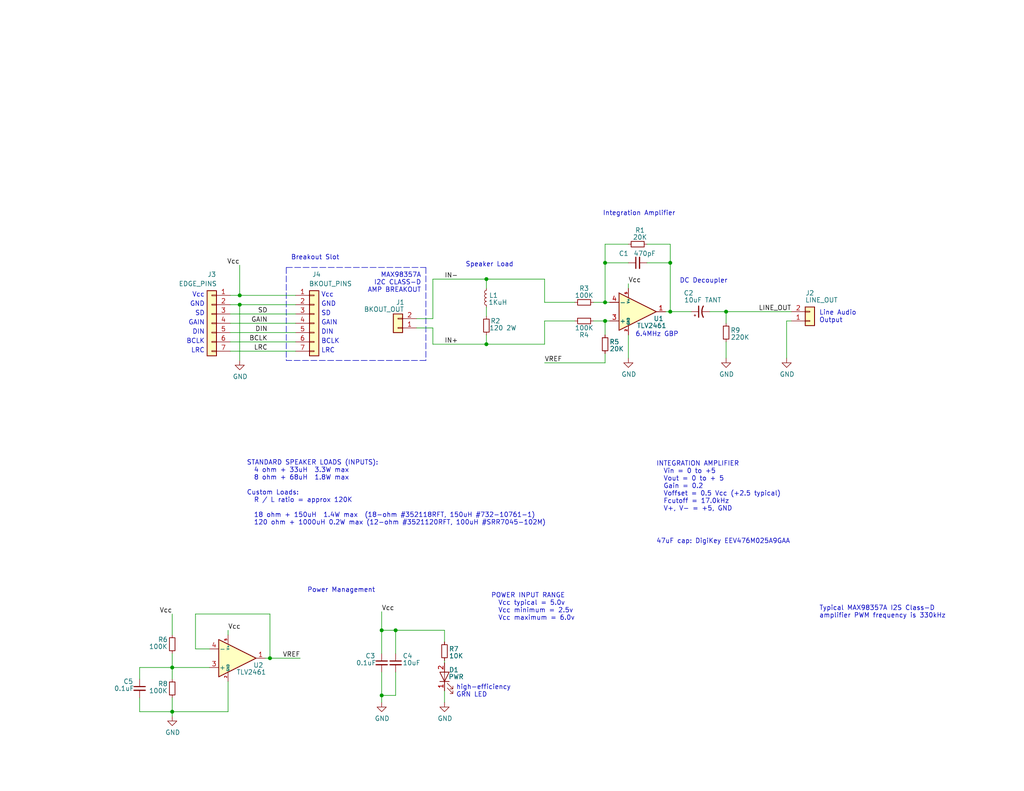
<source format=kicad_sch>
(kicad_sch (version 20211123) (generator eeschema)
  (paper "USLetter")
  (title_block (title "Mono Reintegrator Breakout") (date "2023-05-30") (rev "0.2.0") (company "Cedar Grove Studios"))
  (lib_symbols
    (symbol "Connector_Generic:Conn_01x02" (pin_names (offset 1.016) hide)
      (property "Reference" "J" (at 0 2.54 0))
      (property "Value" "Conn_01x02" (at 0 -5.08 0))
      (symbol "Conn_01x02_1_1"
        (rectangle (start -1.27 -2.413) (end 0 -2.667) (stroke (width 0.1524)))
        (rectangle (start -1.27 0.127) (end 0 -0.127) (stroke (width 0.1524)))
        (rectangle (start -1.27 1.27) (end 1.27 -3.81) (stroke (width 0.254)) (fill (type background)))
        (pin passive line (at -5.08 0 0) (length 3.81) (name "Pin_1") (number "1"))
        (pin passive line (at -5.08 -2.54 0) (length 3.81) (name "Pin_2") (number "2"))
      )
    )
    (symbol "Connector_Generic:Conn_01x07" (pin_names (offset 1.016) hide)
      (property "Reference" "J" (at 0 10.16 0))
      (property "Value" "Conn_01x07" (at 0 -10.16 0))
      (symbol "Conn_01x07_1_1"
        (rectangle (start -1.27 -7.493) (end 0 -7.747) (stroke (width 0.1524)))
        (rectangle (start -1.27 -4.953) (end 0 -5.207) (stroke (width 0.1524)))
        (rectangle (start -1.27 -2.413) (end 0 -2.667) (stroke (width 0.1524)))
        (rectangle (start -1.27 0.127) (end 0 -0.127) (stroke (width 0.1524)))
        (rectangle (start -1.27 2.667) (end 0 2.413) (stroke (width 0.1524)))
        (rectangle (start -1.27 5.207) (end 0 4.953) (stroke (width 0.1524)))
        (rectangle (start -1.27 7.747) (end 0 7.493) (stroke (width 0.1524)))
        (rectangle (start -1.27 8.89) (end 1.27 -8.89) (stroke (width 0.254)) (fill (type background)))
        (pin passive line (at -5.08 7.62 0) (length 3.81) (name "Pin_1") (number "1"))
        (pin passive line (at -5.08 5.08 0) (length 3.81) (name "Pin_2") (number "2"))
        (pin passive line (at -5.08 2.54 0) (length 3.81) (name "Pin_3") (number "3"))
        (pin passive line (at -5.08 0 0) (length 3.81) (name "Pin_4") (number "4"))
        (pin passive line (at -5.08 -2.54 0) (length 3.81) (name "Pin_5") (number "5"))
        (pin passive line (at -5.08 -5.08 0) (length 3.81) (name "Pin_6") (number "6"))
        (pin passive line (at -5.08 -7.62 0) (length 3.81) (name "Pin_7") (number "7"))
      )
    )
    (symbol "Device:C_Polarized_Small_US" (pin_numbers hide) (pin_names (offset 0.254) hide)
      (property "Reference" "C" (at 0.254 1.778 0))
      (property "Value" "C_Polarized_Small_US" (at 0.254 -2.032 0))
      (symbol "C_Polarized_Small_US_0_1"
        (polyline (pts (xy -1.524 0.508) (xy 1.524 0.508)) (stroke (width 0.3048)))
        (polyline (pts (xy -1.27 1.524) (xy -0.762 1.524)))
        (polyline (pts (xy -1.016 1.27) (xy -1.016 1.778)))
        (arc (start 1.524 -0.762) (mid 0 -0.3734) (end -1.524 -0.762) (stroke (width 0.3048)))
      )
      (symbol "C_Polarized_Small_US_1_1"
        (pin passive line (at 0 2.54 270) (length 2.032) (name "~") (number "1"))
        (pin passive line (at 0 -2.54 90) (length 2.032) (name "~") (number "2"))
      )
    )
    (symbol "Device:C_Small" (pin_numbers hide) (pin_names (offset 0.254) hide)
      (property "Reference" "C" (at 0.254 1.778 0))
      (property "Value" "C_Small" (at 0.254 -2.032 0))
      (symbol "C_Small_0_1"
        (polyline (pts (xy -1.524 -0.508) (xy 1.524 -0.508)) (stroke (width 0.3302)))
        (polyline (pts (xy -1.524 0.508) (xy 1.524 0.508)) (stroke (width 0.3048)))
      )
      (symbol "C_Small_1_1"
        (pin passive line (at 0 2.54 270) (length 2.032) (name "~") (number "1"))
        (pin passive line (at 0 -2.54 90) (length 2.032) (name "~") (number "2"))
      )
    )
    (symbol "Device:L_Small" (pin_numbers hide) (pin_names (offset 0.254) hide)
      (property "Reference" "L" (at 0.762 1.016 0))
      (property "Value" "L_Small" (at 0.762 -1.016 0))
      (symbol "L_Small_0_1"
        (arc (start 0 -2.032) (mid 0.508 -1.524) (end 0 -1.016))
        (arc (start 0 -1.016) (mid 0.508 -0.508) (end 0 0))
        (arc (start 0 0) (mid 0.508 0.508) (end 0 1.016))
        (arc (start 0 1.016) (mid 0.508 1.524) (end 0 2.032))
      )
      (symbol "L_Small_1_1"
        (pin passive line (at 0 2.54 270) (length 0.508) (name "~") (number "1"))
        (pin passive line (at 0 -2.54 90) (length 0.508) (name "~") (number "2"))
      )
    )
    (symbol "Device:R_Small" (pin_numbers hide) (pin_names (offset 0.254) hide)
      (property "Reference" "R" (at 0.762 0.508 0))
      (property "Value" "R_Small" (at 0.762 -1.016 0))
      (symbol "R_Small_0_1"
        (rectangle (start -0.762 1.778) (end 0.762 -1.778) (stroke (width 0.2032)))
      )
      (symbol "R_Small_1_1"
        (pin passive line (at 0 2.54 270) (length 0.762) (name "~") (number "1"))
        (pin passive line (at 0 -2.54 90) (length 0.762) (name "~") (number "2"))
      )
    )
    (symbol "TLV2461_1" (pin_names (offset 0.127))
      (property "Reference" "U1" (at 5.715 -1.905 0))
      (property "Value" "TLV2461_1" (at 3.81 -3.81 0))
      (symbol "TLV2461_1_0_1"
        (polyline (pts (xy -5.08 5.08) (xy 5.08 0) (xy -5.08 -5.08) (xy -5.08 5.08)) (stroke (width 0.254)) (fill (type background)))
        (pin power_in line (at -2.54 -6.35 90) (length 2.54) (name "GND") (number "2"))
        (pin power_in line (at -2.54 6.35 270) (length 2.54) (name "V+") (number "5"))
      )
      (symbol "TLV2461_1_1_1"
        (pin output line (at 7.62 0 180) (length 2.54) (name "~") (number "1"))
        (pin input line (at -7.62 -2.54 0) (length 2.54) (name "+") (number "3"))
        (pin input line (at -7.62 2.54 0) (length 2.54) (name "-") (number "4"))
      )
    )
    (symbol "breakout-rescue:LED-device" (pin_names (offset 1.016) hide)
      (property "Reference" "D" (at 0 2.54 0))
      (property "Value" "LED-device" (at 0 -2.54 0))
      (symbol "LED-device_0_1"
        (polyline (pts (xy -1.27 -1.27) (xy -1.27 1.27)) (stroke (width 0.2032)))
        (polyline (pts (xy -1.27 0) (xy 1.27 0)))
        (polyline (pts (xy 1.27 -1.27) (xy 1.27 1.27) (xy -1.27 0) (xy 1.27 -1.27)) (stroke (width 0.2032)))
        (polyline (pts (xy -3.048 -0.762) (xy -4.572 -2.286) (xy -3.81 -2.286) (xy -4.572 -2.286) (xy -4.572 -1.524)))
        (polyline (pts (xy -1.778 -0.762) (xy -3.302 -2.286) (xy -2.54 -2.286) (xy -3.302 -2.286) (xy -3.302 -1.524)))
      )
      (symbol "LED-device_1_1"
        (pin passive line (at -3.81 0 0) (length 2.54) (name "K") (number "1"))
        (pin passive line (at 3.81 0 180) (length 2.54) (name "A") (number "2"))
      )
    )
    (symbol "breakout-rescue:R_Small-device" (pin_numbers hide) (pin_names (offset 0.254) hide)
      (property "Reference" "R" (at 0.762 0.508 0))
      (property "Value" "R_Small-device" (at 0.762 -1.016 0))
      (symbol "R_Small-device_0_1"
        (rectangle (start -0.762 1.778) (end 0.762 -1.778) (stroke (width 0.2032)))
      )
      (symbol "R_Small-device_1_1"
        (pin passive line (at 0 2.54 270) (length 0.762) (name "~") (number "1"))
        (pin passive line (at 0 -2.54 90) (length 0.762) (name "~") (number "2"))
      )
    )
    (symbol "power:GND" (power) (pin_names (offset 0))
      (property "Value" "GND" (at 0 -3.81 0))
      (symbol "GND_0_1"
        (polyline (pts (xy 0 0) (xy 0 -1.27) (xy 1.27 -1.27) (xy 0 -2.54) (xy -1.27 -1.27) (xy 0 -1.27)))
      )
      (symbol "GND_1_1"
        (pin power_in line (at 0 0 270) (length 0) hide (name "GND") (number "1"))
      )
    )
  )
  (junction (at 73.66 179.705))
  (junction (at 132.715 76.2))
  (junction (at 46.99 194.31))
  (junction (at 165.1 82.55))
  (junction (at 65.405 80.645))
  (junction (at 46.99 182.245))
  (junction (at 107.95 172.085))
  (junction (at 104.14 189.865))
  (junction (at 65.405 83.185))
  (junction (at 132.715 93.98))
  (junction (at 104.14 172.085))
  (junction (at 182.88 71.755))
  (junction (at 198.12 85.09))
  (junction (at 165.1 71.755))
  (junction (at 165.1 87.63))
  (junction (at 182.88 85.09))
  (wire (pts (xy 171.45 77.47) (xy 171.45 78.74)))
  (wire (pts (xy 46.99 194.31) (xy 46.99 195.58)))
  (wire (pts (xy 198.12 85.09) (xy 198.12 88.265)))
  (wire (pts (xy 107.95 172.085) (xy 107.95 178.435)))
  (wire (pts (xy 176.53 71.755) (xy 182.88 71.755)))
  (wire (pts (xy 104.14 189.865) (xy 104.14 191.77)))
  (wire (pts (xy 65.405 80.645) (xy 80.645 80.645)))
  (wire (pts (xy 165.1 96.52) (xy 165.1 99.06)))
  (wire (pts (xy 148.59 99.06) (xy 165.1 99.06)))
  (wire (pts (xy 198.12 93.345) (xy 198.12 97.79)))
  (wire (pts (xy 165.1 66.675) (xy 165.1 71.755)))
  (wire (pts (xy 53.34 177.165) (xy 53.34 167.64)))
  (wire (pts (xy 148.59 93.98) (xy 148.59 87.63)))
  (wire (pts (xy 182.88 71.755) (xy 182.88 85.09)))
  (wire (pts (xy 165.1 71.755) (xy 171.45 71.755)))
  (wire (pts (xy 104.14 167.005) (xy 104.14 172.085)))
  (wire (pts (xy 118.11 89.535) (xy 118.11 93.98)))
  (wire (pts (xy 38.1 182.245) (xy 46.99 182.245)))
  (wire (pts (xy 165.1 87.63) (xy 165.1 91.44)))
  (wire (pts (xy 181.61 85.09) (xy 182.88 85.09)))
  (wire (pts (xy 132.715 91.44) (xy 132.715 93.98)))
  (wire (pts (xy 62.23 172.085) (xy 62.23 173.355)))
  (wire (pts (xy 121.285 172.085) (xy 121.285 175.26)))
  (wire (pts (xy 193.675 85.09) (xy 198.12 85.09)))
  (wire (pts (xy 214.63 87.63) (xy 215.9 87.63)))
  (wire (pts (xy 46.99 194.31) (xy 62.23 194.31)))
  (wire (pts (xy 65.405 83.185) (xy 80.645 83.185)))
  (wire (pts (xy 132.715 93.98) (xy 148.59 93.98)))
  (wire (pts (xy 148.59 87.63) (xy 156.845 87.63)))
  (wire (pts (xy 62.865 83.185) (xy 65.405 83.185)))
  (wire (pts (xy 38.1 194.31) (xy 46.99 194.31)))
  (wire (pts (xy 132.715 83.82) (xy 132.715 86.36)))
  (wire (pts (xy 65.405 72.39) (xy 65.405 80.645)))
  (wire (pts (xy 118.11 93.98) (xy 132.715 93.98)))
  (wire (pts (xy 121.285 180.34) (xy 121.285 180.975)))
  (wire (pts (xy 62.865 88.265) (xy 80.645 88.265)))
  (wire (pts (xy 182.88 66.675) (xy 176.53 66.675)))
  (wire (pts (xy 57.15 177.165) (xy 53.34 177.165)))
  (wire (pts (xy 198.12 85.09) (xy 215.9 85.09)))
  (wire (pts (xy 46.99 182.245) (xy 46.99 185.42)))
  (wire (pts (xy 65.405 83.185) (xy 65.405 98.425)))
  (wire (pts (xy 72.39 179.705) (xy 73.66 179.705)))
  (wire (pts (xy 73.66 167.64) (xy 73.66 179.705)))
  (wire (pts (xy 73.66 179.705) (xy 81.915 179.705)))
  (wire (pts (xy 46.99 178.435) (xy 46.99 182.245)))
  (wire (pts (xy 161.925 87.63) (xy 165.1 87.63)))
  (wire (pts (xy 214.63 97.79) (xy 214.63 87.63)))
  (wire (pts (xy 132.715 76.2) (xy 148.59 76.2)))
  (wire (pts (xy 113.665 86.995) (xy 118.11 86.995)))
  (wire (pts (xy 38.1 185.42) (xy 38.1 182.245)))
  (polyline (pts (xy 116.205 73.025) (xy 116.205 98.425)))
  (wire (pts (xy 171.45 91.44) (xy 171.45 97.79)))
  (wire (pts (xy 62.23 186.055) (xy 62.23 194.31)))
  (polyline (pts (xy 78.105 73.025) (xy 116.205 73.025)))
  (wire (pts (xy 104.14 183.515) (xy 104.14 189.865)))
  (wire (pts (xy 104.14 178.435) (xy 104.14 172.085)))
  (wire (pts (xy 161.925 82.55) (xy 165.1 82.55)))
  (wire (pts (xy 62.865 85.725) (xy 80.645 85.725)))
  (wire (pts (xy 148.59 76.2) (xy 148.59 82.55)))
  (wire (pts (xy 132.715 76.2) (xy 132.715 78.74)))
  (wire (pts (xy 182.88 71.755) (xy 182.88 66.675)))
  (wire (pts (xy 165.1 87.63) (xy 166.37 87.63)))
  (wire (pts (xy 104.14 172.085) (xy 107.95 172.085)))
  (wire (pts (xy 118.11 86.995) (xy 118.11 76.2)))
  (wire (pts (xy 53.34 167.64) (xy 73.66 167.64)))
  (wire (pts (xy 165.1 71.755) (xy 165.1 82.55)))
  (wire (pts (xy 104.14 189.865) (xy 107.95 189.865)))
  (wire (pts (xy 38.1 190.5) (xy 38.1 194.31)))
  (wire (pts (xy 46.99 182.245) (xy 57.15 182.245)))
  (wire (pts (xy 118.11 76.2) (xy 132.715 76.2)))
  (wire (pts (xy 182.88 85.09) (xy 188.595 85.09)))
  (polyline (pts (xy 78.105 73.025) (xy 78.105 98.425)))
  (wire (pts (xy 107.95 172.085) (xy 121.285 172.085)))
  (wire (pts (xy 46.99 167.64) (xy 46.99 173.355)))
  (wire (pts (xy 62.865 93.345) (xy 80.645 93.345)))
  (wire (pts (xy 62.865 90.805) (xy 80.645 90.805)))
  (wire (pts (xy 46.99 190.5) (xy 46.99 194.31)))
  (wire (pts (xy 62.865 95.885) (xy 80.645 95.885)))
  (wire (pts (xy 62.865 80.645) (xy 65.405 80.645)))
  (wire (pts (xy 113.665 89.535) (xy 118.11 89.535)))
  (wire (pts (xy 121.285 188.595) (xy 121.285 191.77)))
  (polyline (pts (xy 116.205 98.425) (xy 78.105 98.425)))
  (wire (pts (xy 148.59 82.55) (xy 156.845 82.55)))
  (wire (pts (xy 165.1 82.55) (xy 166.37 82.55)))
  (wire (pts (xy 107.95 189.865) (xy 107.95 183.515)))
  (wire (pts (xy 171.45 66.675) (xy 165.1 66.675)))
  (text "GND" (at 55.88 83.82 180) (effects (font (size 1.27 1.27)) (justify right bottom)))
  (text "high-efficiency\nGRN LED" (at 124.46 190.5 0) (effects (font (size 1.27 1.27)) (justify left bottom)))
  (text "LRC" (at 55.88 96.52 180) (effects (font (size 1.27 1.27)) (justify right bottom)))
  (text "LRC" (at 87.63 96.52 0) (effects (font (size 1.27 1.27)) (justify left bottom)))
  (text "Vcc" (at 55.88 81.28 180) (effects (font (size 1.27 1.27)) (justify right bottom)))
  (text "INTEGRATION AMPLIFIER\n  Vin = 0 to +5\n  Vout = 0 to + 5\n  Gain = 0.2\n  Voffset = 0.5 Vcc (+2.5 typical)\n  Fcutoff = 17.0kHz\n  V+, V- = +5, GND" (at 179.07 139.7 0) (effects (font (size 1.27 1.27)) (justify left bottom)))
  (text "GAIN" (at 87.63 88.9 0) (effects (font (size 1.27 1.27)) (justify left bottom)))
  (text "STANDARD SPEAKER LOADS (INPUTS):\n  4 ohm + 33uH  3.3W max\n  8 ohm + 68uH  1.8W max\n\nCustom Loads:\n  R / L ratio = approx 120K\n\n  18 ohm + 150uH  1.4W max  (18-ohm #352118RFT, 150uH #732-10761-1)\n  120 ohm + 1000uH 0.2W max (12-ohm #3521120RFT, 100uH #SRR7045-102M)" (at 67.31 143.51 0) (effects (font (size 1.27 1.27)) (justify left bottom)))
  (text "BCLK" (at 87.63 93.98 0) (effects (font (size 1.27 1.27)) (justify left bottom)))
  (text "DIN" (at 87.63 91.44 0) (effects (font (size 1.27 1.27)) (justify left bottom)))
  (text "DIN" (at 55.88 91.44 180) (effects (font (size 1.27 1.27)) (justify right bottom)))
  (text "Line Audio\nOutput" (at 223.52 88.265 0) (effects (font (size 1.27 1.27)) (justify left bottom)))
  (text "MAX98357A\nI2C CLASS-D\nAMP BREAKOUT" (at 114.935 80.01 180) (effects (font (size 1.27 1.27)) (justify right bottom)))
  (text "Integration Amplifier" (at 164.465 59.055 0) (effects (font (size 1.27 1.27)) (justify left bottom)))
  (text "DC Decoupler" (at 185.42 77.47 0) (effects (font (size 1.27 1.27)) (justify left bottom)))
  (text "SD" (at 87.63 86.36 0) (effects (font (size 1.27 1.27)) (justify left bottom)))
  (text "Typical MAX98357A I2S Class-D\namplifier PWM frequency is 330kHz" (at 223.52 168.91 0) (effects (font (size 1.27 1.27)) (justify left bottom)))
  (text "6.4MHz GBP" (at 173.355 92.075 0) (effects (font (size 1.27 1.27)) (justify left bottom)))
  (text "Power Management" (at 83.82 161.925 0) (effects (font (size 1.27 1.27)) (justify left bottom)))
  (text "GND" (at 87.63 83.82 0) (effects (font (size 1.27 1.27)) (justify left bottom)))
  (text "BCLK" (at 55.88 93.98 180) (effects (font (size 1.27 1.27)) (justify right bottom)))
  (text "POWER INPUT RANGE\n  Vcc typical = 5.0v\n  Vcc minimum = 2.5v\n  Vcc maximum = 6.0v" (at 133.985 169.545 0) (effects (font (size 1.27 1.27)) (justify left bottom)))
  (text "GAIN" (at 55.88 88.9 180) (effects (font (size 1.27 1.27)) (justify right bottom)))
  (text "SD" (at 55.88 86.36 180) (effects (font (size 1.27 1.27)) (justify right bottom)))
  (text "47uF cap: DigiKey EEV476M025A9GAA" (at 179.07 148.59 0) (effects (font (size 1.27 1.27)) (justify left bottom)))
  (text "Breakout Slot" (at 79.375 71.12 0) (effects (font (size 1.27 1.27)) (justify left bottom)))
  (text "Vcc" (at 87.63 81.28 0) (effects (font (size 1.27 1.27)) (justify left bottom)))
  (text "Speaker Load" (at 127 73.025 0) (effects (font (size 1.27 1.27)) (justify left bottom)))
  (label "Vcc" (at 171.45 77.47 0))
  (label "Vcc" (at 104.14 167.005 0))
  (label "GAIN" (at 73.025 88.265 180))
  (label "BCLK" (at 73.025 93.345 180))
  (label "LINE_OUT" (at 215.9 85.09 180))
  (label "DIN" (at 73.025 90.805 180))
  (label "IN-" (at 121.285 76.2 0))
  (label "VREF" (at 148.59 99.06 0))
  (label "Vcc" (at 46.99 167.64 180))
  (label "VREF" (at 81.915 179.705 180))
  (label "LRC" (at 73.025 95.885 180))
  (label "Vcc" (at 62.23 172.085 0))
  (label "Vcc" (at 65.405 72.39 180))
  (label "IN+" (at 121.285 93.98 0))
  (label "SD" (at 73.025 85.725 180))
  (symbol (lib_id "power:GND") (at 104.14 191.77 0) (unit 1)
    (property "Reference" "#PWR05" (effects hide))
    (property "Value" "GND" (at 104.267 196.1642 0))
  )
  (symbol (lib_id "Device:C_Small") (at 104.14 180.975 0) (unit 1)
    (property "Reference" "C3" (at 99.695 179.07 0) (effects (justify left)))
    (property "Value" "0.1uF" (at 97.155 180.975 0) (effects (justify left)))
    (property "Footprint" "Capacitor_SMD:C_0805_2012Metric" (effects hide))
  )
  (symbol (lib_id "breakout-rescue:LED-device") (at 121.285 184.785 90) (unit 1)
    (property "Reference" "D1" (at 123.825 182.88 90))
    (property "Value" "PWR" (at 124.46 184.785 90))
    (property "Footprint" "LED_SMD:LED_0805_2012Metric" (effects hide))
  )
  (symbol (lib_id "breakout-rescue:R_Small-device") (at 121.285 177.8 0) (unit 1)
    (property "Reference" "R7" (at 123.825 177.165 0))
    (property "Value" "10K" (at 124.46 179.07 0))
    (property "Footprint" "Resistor_SMD:R_0805_2012Metric" (effects hide))
  )
  (symbol (lib_id "power:GND") (at 65.405 98.425 0) (unit 1)
    (property "Reference" "#PWR03" (effects hide))
    (property "Value" "GND" (at 65.532 102.8192 0))
  )
  (symbol (lib_id "Device:C_Small") (at 38.1 187.96 0) (unit 1)
    (property "Reference" "C5" (at 33.655 186.055 0) (effects (justify left)))
    (property "Value" "0.1uF" (at 31.115 187.96 0) (effects (justify left)))
    (property "Footprint" "Capacitor_SMD:C_0805_2012Metric" (effects hide))
  )
  (symbol (lib_id "power:GND") (at 46.99 195.58 0) (unit 1)
    (property "Reference" "#PWR04" (effects hide))
    (property "Value" "GND" (at 47.117 199.9742 0))
  )
  (symbol (lib_id "Device:C_Polarized_Small_US") (at 191.135 85.09 90) (unit 1)
    (property "Reference" "C2" (at 189.23 80.01 90) (effects (justify left)))
    (property "Value" "10uF TANT" (at 196.85 81.915 90) (effects (justify left)))
    (property "Footprint" "Capacitor_SMD:C_0805_2012Metric" (effects hide))
  )
  (symbol (lib_id "Device:R_Small") (at 173.99 66.675 90) (unit 1)
    (property "Reference" "R1" (at 174.625 62.865 90))
    (property "Value" "20K" (at 174.625 64.77 90))
    (property "Footprint" "Resistor_SMD:R_0805_2012Metric" (effects hide))
  )
  (symbol (lib_id "Connector_Generic:Conn_01x07") (at 85.725 88.265 0) (unit 1)
    (property "Reference" "J4" (at 86.36 74.93 0))
    (property "Value" "BKOUT_PINS" (at 90.17 77.47 0))
    (property "Footprint" "Connector_PinSocket_2.54mm:PinSocket_1x07_P2.54mm_Vertical" (effects hide))
  )
  (symbol (lib_id "breakout-rescue:R_Small-device") (at 46.99 187.96 0) (unit 1)
    (property "Reference" "R8" (at 44.45 186.69 0))
    (property "Value" "100K" (at 43.18 188.595 0))
    (property "Footprint" "Resistor_SMD:R_0805_2012Metric" (effects hide))
  )
  (symbol (lib_id "Device:R_Small") (at 159.385 87.63 90) (unit 1)
    (property "Reference" "R4" (at 159.385 91.44 90))
    (property "Value" "100K" (at 159.385 89.535 90))
    (property "Footprint" "Resistor_SMD:R_0805_2012Metric" (effects hide))
  )
  (symbol (lib_id "Device:R_Small") (at 132.715 88.9 180) (unit 1)
    (property "Reference" "R2" (at 136.525 87.63 0) (effects (justify left)))
    (property "Value" "120 2W" (at 140.97 89.535 0) (effects (justify left)))
    (property "Footprint" "Resistor_SMD:R_2512_6332Metric" (effects hide))
  )
  (symbol (lib_id "Device:R_Small") (at 159.385 82.55 90) (unit 1)
    (property "Reference" "R3" (at 159.385 78.74 90))
    (property "Value" "100K" (at 159.385 80.645 90))
    (property "Footprint" "Resistor_SMD:R_0805_2012Metric" (effects hide))
  )
  (symbol (lib_id "Connector_Generic:Conn_01x07") (at 57.785 88.265 0) (mirror y) (unit 1)
    (property "Reference" "J3" (at 57.785 74.93 0))
    (property "Value" "EDGE_PINS" (at 53.975 77.47 0))
    (property "Footprint" "Connector_PinSocket_2.54mm:PinSocket_1x07_P2.54mm_Vertical" (effects hide))
  )
  (symbol (lib_id "power:GND") (at 171.45 97.79 0) (unit 1)
    (property "Reference" "#PWR01" (effects hide))
    (property "Value" "GND" (at 171.577 102.1842 0))
  )
  (symbol (lib_id "Device:C_Small") (at 107.95 180.975 0) (unit 1)
    (property "Reference" "C4" (at 109.855 179.07 0) (effects (justify left)))
    (property "Value" "10uF" (at 109.855 180.975 0) (effects (justify left)))
    (property "Footprint" "Capacitor_SMD:C_0805_2012Metric" (effects hide))
  )
  (symbol (lib_id "Connector_Generic:Conn_01x02") (at 220.98 87.63 0) (mirror x) (unit 1)
    (property "Reference" "J2" (at 220.98 80.01 0))
    (property "Value" "LINE_OUT" (at 224.155 81.915 0))
    (property "Footprint" "Connector_PinSocket_2.54mm:PinSocket_1x02_P2.54mm_Vertical" (effects hide))
  )
  (symbol (lib_id "Connector_Generic:Conn_01x02") (at 108.585 89.535 180) (unit 1)
    (property "Reference" "J1" (at 109.22 82.55 0))
    (property "Value" "BKOUT_OUT" (at 104.775 84.455 0))
    (property "Footprint" "TerminalBlock_4Ucon:TerminalBlock_4Ucon_1x02_P3.50mm_Vertical" (effects hide))
  )
  (symbol (lib_id "power:GND") (at 198.12 97.79 0) (unit 1)
    (property "Reference" "#PWR07" (effects hide))
    (property "Value" "GND" (at 198.247 102.1842 0))
  )
  (symbol (lib_id "Device:R_Small") (at 198.12 90.805 0) (unit 1)
    (property "Reference" "R9" (at 200.66 90.17 0))
    (property "Value" "220K" (at 201.93 92.075 0))
    (property "Footprint" "Resistor_SMD:R_0805_2012Metric" (effects hide))
  )
  (symbol (lib_name "TLV2461_1") (lib_id "Amplifier_Operational:TLV2461") (at 173.99 85.09 0) (unit 1)
    (property "Reference" "U1" (at 179.705 86.995 0))
    (property "Value" "TLV2461" (at 177.8 88.9 0))
    (property "Footprint" "Package_TO_SOT_SMD:SOT-23-5" (effects hide))
  )
  (symbol (lib_id "power:GND") (at 121.285 191.77 0) (unit 1)
    (property "Reference" "#PWR06" (effects hide))
    (property "Value" "GND" (at 121.412 196.1642 0))
  )
  (symbol (lib_id "breakout-rescue:R_Small-device") (at 46.99 175.895 0) (unit 1)
    (property "Reference" "R6" (at 44.45 174.625 0))
    (property "Value" "100K" (at 43.18 176.53 0))
    (property "Footprint" "Resistor_SMD:R_0805_2012Metric" (effects hide))
  )
  (symbol (lib_id "power:GND") (at 214.63 97.79 0) (unit 1)
    (property "Reference" "#PWR02" (effects hide))
    (property "Value" "GND" (at 214.757 102.1842 0))
  )
  (symbol (lib_id "Device:R_Small") (at 165.1 93.98 0) (unit 1)
    (property "Reference" "R5" (at 167.64 93.345 0))
    (property "Value" "20K" (at 168.275 95.25 0))
    (property "Footprint" "Resistor_SMD:R_0805_2012Metric" (effects hide))
  )
  (symbol (lib_id "Device:L_Small") (at 132.715 81.28 180) (unit 1)
    (property "Reference" "L1" (at 135.89 80.645 0) (effects (justify left)))
    (property "Value" "1KuH" (at 138.43 82.55 0) (effects (justify left)))
    (property "Footprint" "Inductor_SMD:L_Bourns_SRR7045" (effects hide))
  )
  (symbol (lib_name "TLV2461_1") (lib_id "Amplifier_Operational:TLV2461") (at 64.77 179.705 0) (unit 1)
    (property "Reference" "U2" (at 70.485 181.61 0))
    (property "Value" "TLV2461" (at 68.58 183.515 0))
    (property "Footprint" "Package_TO_SOT_SMD:SOT-23-5" (effects hide))
  )
  (symbol (lib_id "Device:C_Small") (at 173.99 71.755 90) (unit 1)
    (property "Reference" "C1" (at 170.18 69.215 90))
    (property "Value" "470pF" (at 175.895 69.215 90))
    (property "Footprint" "Capacitor_SMD:C_0805_2012Metric" (effects hide))
  )
)
</source>
